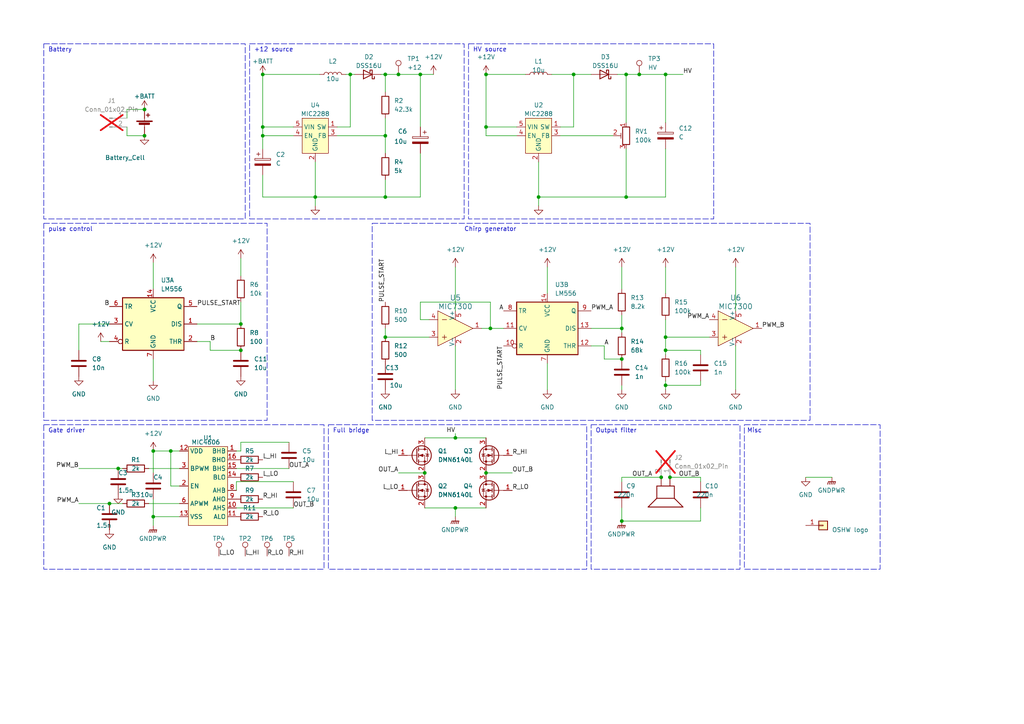
<source format=kicad_sch>
(kicad_sch (version 20231120) (generator "eeschema") (generator_version "8.0")
  (paper "A4")
  (lib_symbols
    (symbol "Connector:Conn_01x02_Pin" (pin_names (offset 1.016) hide)
      (property "Reference" "J" (at 0 2.54 0))
      (property "Value" "Conn_01x02_Pin" (at 0 -5.08 0))
      (symbol "Conn_01x02_Pin_1_1"
        (polyline (pts (xy 1.27 -2.54) (xy 0.8636 -2.54)) (stroke (width 0.1524)))
        (polyline (pts (xy 1.27 0) (xy 0.8636 0)) (stroke (width 0.1524)))
        (rectangle (start 0.8636 -2.413) (end 0 -2.667) (stroke (width 0.1524)) (fill (type outline)))
        (rectangle (start 0.8636 0.127) (end 0 -0.127) (stroke (width 0.1524)) (fill (type outline)))
        (pin passive line (at 5.08 0 180) (length 3.81) (name "Pin_1") (number "1"))
        (pin passive line (at 5.08 -2.54 180) (length 3.81) (name "Pin_2") (number "2"))
      )
    )
    (symbol "Connector:TestPoint" (pin_numbers hide) (pin_names (offset 0.762) hide)
      (property "Reference" "TP" (at 0 6.858 0))
      (property "Value" "TestPoint" (at 0 5.08 0))
      (symbol "TestPoint_0_1"
        (circle (center 0 3.302) (radius 0.762))
      )
      (symbol "TestPoint_1_1"
        (pin passive line (at 0 0 90) (length 2.54) (name "1") (number "1"))
      )
    )
    (symbol "Connector_Generic:Conn_01x01" (pin_names (offset 1.016) hide)
      (property "Reference" "J" (at 0 2.54 0))
      (property "Value" "Conn_01x01" (at 0 -2.54 0))
      (symbol "Conn_01x01_1_1"
        (rectangle (start -1.27 0.127) (end 0 -0.127) (stroke (width 0.1524)))
        (rectangle (start -1.27 1.27) (end 1.27 -1.27) (stroke (width 0.254)) (fill (type background)))
        (pin passive line (at -5.08 0 0) (length 3.81) (name "Pin_1") (number "1"))
      )
    )
    (symbol "Device:Battery_Cell" (pin_numbers hide) (pin_names (offset 0) hide)
      (property "Reference" "BT" (at 2.54 2.54 0))
      (property "Value" "Battery_Cell" (at 2.54 0 0))
      (symbol "Battery_Cell_0_1"
        (rectangle (start -2.286 1.778) (end 2.286 1.524) (fill (type outline)))
        (rectangle (start -1.5748 1.1938) (end 1.4732 0.6858) (fill (type outline)))
        (polyline (pts (xy 0 0.762) (xy 0 0)))
        (polyline (pts (xy 0 1.778) (xy 0 2.54)))
        (polyline (pts (xy 0.508 3.429) (xy 1.524 3.429)) (stroke (width 0.254)))
        (polyline (pts (xy 1.016 3.937) (xy 1.016 2.921)) (stroke (width 0.254)))
      )
      (symbol "Battery_Cell_1_1"
        (pin passive line (at 0 5.08 270) (length 2.54) (name "+") (number "1"))
        (pin passive line (at 0 -2.54 90) (length 2.54) (name "-") (number "2"))
      )
    )
    (symbol "Device:C" (pin_numbers hide) (pin_names (offset 0.254))
      (property "Reference" "C" (at 0.635 2.54 0))
      (property "Value" "C" (at 0.635 -2.54 0))
      (symbol "C_0_1"
        (polyline (pts (xy -2.032 -0.762) (xy 2.032 -0.762)) (stroke (width 0.508)))
        (polyline (pts (xy -2.032 0.762) (xy 2.032 0.762)) (stroke (width 0.508)))
      )
      (symbol "C_1_1"
        (pin passive line (at 0 3.81 270) (length 2.794) (name "~") (number "1"))
        (pin passive line (at 0 -3.81 90) (length 2.794) (name "~") (number "2"))
      )
    )
    (symbol "Device:C_Polarized" (pin_numbers hide) (pin_names (offset 0.254))
      (property "Reference" "C" (at 0.635 2.54 0))
      (property "Value" "C_Polarized" (at 0.635 -2.54 0))
      (symbol "C_Polarized_0_1"
        (rectangle (start -2.286 0.508) (end 2.286 1.016))
        (polyline (pts (xy -1.778 2.286) (xy -0.762 2.286)))
        (polyline (pts (xy -1.27 2.794) (xy -1.27 1.778)))
        (rectangle (start 2.286 -0.508) (end -2.286 -1.016) (fill (type outline)))
      )
      (symbol "C_Polarized_1_1"
        (pin passive line (at 0 3.81 270) (length 2.794) (name "~") (number "1"))
        (pin passive line (at 0 -3.81 90) (length 2.794) (name "~") (number "2"))
      )
    )
    (symbol "Device:L" (pin_numbers hide) (pin_names (offset 1.016) hide)
      (property "Reference" "L" (at -1.27 0 90))
      (property "Value" "L" (at 1.905 0 90))
      (symbol "L_0_1"
        (arc (start 0 -2.54) (mid 0.6323 -1.905) (end 0 -1.27))
        (arc (start 0 -1.27) (mid 0.6323 -0.635) (end 0 0))
        (arc (start 0 0) (mid 0.6323 0.635) (end 0 1.27))
        (arc (start 0 1.27) (mid 0.6323 1.905) (end 0 2.54))
      )
      (symbol "L_1_1"
        (pin passive line (at 0 3.81 270) (length 1.27) (name "1") (number "1"))
        (pin passive line (at 0 -3.81 90) (length 1.27) (name "2") (number "2"))
      )
    )
    (symbol "Device:R" (pin_numbers hide) (pin_names (offset 0))
      (property "Reference" "R" (at 2.032 0 90))
      (property "Value" "R" (at 0 0 90))
      (symbol "R_0_1"
        (rectangle (start -1.016 -2.54) (end 1.016 2.54) (stroke (width 0.254)))
      )
      (symbol "R_1_1"
        (pin passive line (at 0 3.81 270) (length 1.27) (name "~") (number "1"))
        (pin passive line (at 0 -3.81 90) (length 1.27) (name "~") (number "2"))
      )
    )
    (symbol "Device:R_Potentiometer_Trim" (pin_names (offset 1.016) hide)
      (property "Reference" "RV" (at -4.445 0 90))
      (property "Value" "R_Potentiometer_Trim" (at -2.54 0 90))
      (symbol "R_Potentiometer_Trim_0_1"
        (polyline (pts (xy 1.524 0.762) (xy 1.524 -0.762)))
        (polyline (pts (xy 2.54 0) (xy 1.524 0)))
        (rectangle (start 1.016 2.54) (end -1.016 -2.54) (stroke (width 0.254)))
      )
      (symbol "R_Potentiometer_Trim_1_1"
        (pin passive line (at 0 3.81 270) (length 1.27) (name "1") (number "1"))
        (pin passive line (at 3.81 0 180) (length 1.27) (name "2") (number "2"))
        (pin passive line (at 0 -3.81 90) (length 1.27) (name "3") (number "3"))
      )
    )
    (symbol "Device:Speaker" (pin_numbers hide) (pin_names (offset 0) hide)
      (property "Reference" "LS" (at 1.27 5.715 0))
      (property "Value" "Speaker" (at 1.27 3.81 0))
      (symbol "Speaker_0_0"
        (rectangle (start -2.54 1.27) (end 1.016 -3.81) (stroke (width 0.254)))
        (polyline (pts (xy 1.016 1.27) (xy 3.556 3.81) (xy 3.556 -6.35) (xy 1.016 -3.81)) (stroke (width 0.254)))
      )
      (symbol "Speaker_1_1"
        (pin input line (at -5.08 0 0) (length 2.54) (name "1") (number "1"))
        (pin input line (at -5.08 -2.54 0) (length 2.54) (name "2") (number "2"))
      )
    )
    (symbol "Digikey:AD8605ARTZ-REEL7" (pin_names (offset 0))
      (property "Reference" "U" (at -3.81 6.35 0))
      (property "Value" "AD8605ARTZ-REEL7" (at 2.54 -5.08 0))
      (symbol "AD8605ARTZ-REEL7_1_0"
        (polyline (pts (xy -3.81 -2.54) (xy -2.54 -2.54)))
        (polyline (pts (xy -3.81 2.54) (xy -2.54 2.54)))
        (polyline (pts (xy -3.175 -1.905) (xy -3.175 -3.175)))
        (polyline (pts (xy -5.08 5.08) (xy -5.08 -5.08) (xy 5.08 0) (xy -5.08 5.08)) (fill (type background)))
      )
      (symbol "AD8605ARTZ-REEL7_1_1"
        (pin output line (at 7.62 0 180) (length 2.54) (name "~") (number "1"))
        (pin power_in line (at 0 -5.08 90) (length 2.54) (name "V-") (number "2"))
        (pin input line (at -7.62 -2.54 0) (length 2.54) (name "~") (number "3"))
        (pin input line (at -7.62 2.54 0) (length 2.54) (name "~") (number "4"))
        (pin power_in line (at 0 5.08 270) (length 2.54) (name "V+") (number "5"))
      )
    )
    (symbol "Diode:B120-E3" (pin_numbers hide) (pin_names hide)
      (property "Reference" "D" (at 0 2.54 0))
      (property "Value" "B120-E3" (at 0 -2.54 0))
      (symbol "B120-E3_0_1"
        (polyline (pts (xy 1.27 0) (xy -1.27 0)))
        (polyline (pts (xy 1.27 1.27) (xy 1.27 -1.27) (xy -1.27 0) (xy 1.27 1.27)) (stroke (width 0.254)))
        (polyline (pts (xy -1.905 0.635) (xy -1.905 1.27) (xy -1.27 1.27) (xy -1.27 -1.27) (xy -0.635 -1.27) (xy -0.635 -0.635)) (stroke (width 0.254)))
      )
      (symbol "B120-E3_1_1"
        (pin passive line (at -3.81 0 0) (length 2.54) (name "K") (number "1"))
        (pin passive line (at 3.81 0 180) (length 2.54) (name "A") (number "2"))
      )
    )
    (symbol "Timer:LM556"
      (property "Reference" "U" (at -10.16 8.89 0))
      (property "Value" "LM556" (at -10.16 -8.89 0))
      (symbol "LM556_0_0"
        (pin power_in line (at 0 10.16 270) (length 2.54) (name "VCC") (number "14"))
        (pin power_in line (at 0 -10.16 90) (length 2.54) (name "GND") (number "7"))
      )
      (symbol "LM556_0_1"
        (rectangle (start -8.89 -7.62) (end 8.89 7.62) (stroke (width 0.254)) (fill (type background)))
        (rectangle (start -8.89 -7.62) (end 8.89 7.62) (stroke (width 0.254)) (fill (type background)))
      )
      (symbol "LM556_1_1"
        (pin input line (at 12.7 0 180) (length 3.81) (name "DIS") (number "1"))
        (pin input line (at 12.7 -5.08 180) (length 3.81) (name "THR") (number "2"))
        (pin input line (at -12.7 0 0) (length 3.81) (name "CV") (number "3"))
        (pin input inverted (at -12.7 -5.08 0) (length 3.81) (name "R") (number "4"))
        (pin output line (at 12.7 5.08 180) (length 3.81) (name "Q") (number "5"))
        (pin input line (at -12.7 5.08 0) (length 3.81) (name "TR") (number "6"))
      )
      (symbol "LM556_2_1"
        (pin input inverted (at -12.7 -5.08 0) (length 3.81) (name "R") (number "10"))
        (pin input line (at -12.7 0 0) (length 3.81) (name "CV") (number "11"))
        (pin input line (at 12.7 -5.08 180) (length 3.81) (name "THR") (number "12"))
        (pin input line (at 12.7 0 180) (length 3.81) (name "DIS") (number "13"))
        (pin input line (at -12.7 5.08 0) (length 3.81) (name "TR") (number "8"))
        (pin output line (at 12.7 5.08 180) (length 3.81) (name "Q") (number "9"))
      )
    )
    (symbol "Transistor_FET:DMN6140L" (pin_names hide)
      (property "Reference" "Q" (at 5.08 1.905 0))
      (property "Value" "DMN6140L" (at 5.08 0 0))
      (symbol "DMN6140L_0_1"
        (polyline (pts (xy 0.254 0) (xy -2.54 0)))
        (polyline (pts (xy 0.254 1.905) (xy 0.254 -1.905)) (stroke (width 0.254)))
        (polyline (pts (xy 0.762 -1.27) (xy 0.762 -2.286)) (stroke (width 0.254)))
        (polyline (pts (xy 0.762 0.508) (xy 0.762 -0.508)) (stroke (width 0.254)))
        (polyline (pts (xy 0.762 2.286) (xy 0.762 1.27)) (stroke (width 0.254)))
        (polyline (pts (xy 2.54 2.54) (xy 2.54 1.778)))
        (polyline (pts (xy 2.54 -2.54) (xy 2.54 0) (xy 0.762 0)))
        (polyline (pts (xy 0.762 -1.778) (xy 3.302 -1.778) (xy 3.302 1.778) (xy 0.762 1.778)))
        (polyline (pts (xy 1.016 0) (xy 2.032 0.381) (xy 2.032 -0.381) (xy 1.016 0)) (fill (type outline)))
        (polyline (pts (xy 2.794 0.508) (xy 2.921 0.381) (xy 3.683 0.381) (xy 3.81 0.254)))
        (polyline (pts (xy 3.302 0.381) (xy 2.921 -0.254) (xy 3.683 -0.254) (xy 3.302 0.381)))
        (circle (center 1.651 0) (radius 2.794) (stroke (width 0.254)))
        (circle (center 2.54 -1.778) (radius 0.254) (fill (type outline)))
        (circle (center 2.54 1.778) (radius 0.254) (fill (type outline)))
      )
      (symbol "DMN6140L_1_1"
        (pin input line (at -5.08 0 0) (length 2.54) (name "G") (number "1"))
        (pin passive line (at 2.54 -5.08 90) (length 2.54) (name "S") (number "2"))
        (pin passive line (at 2.54 5.08 270) (length 2.54) (name "D") (number "3"))
      )
    )
    (symbol "custom_symbols:MIC2288"
      (property "Reference" "U" (at 0 5.08 0))
      (symbol "MIC2288_1_1"
        (rectangle (start -3.81 3.81) (end 3.81 -6.35) (fill (type background)))
        (pin bidirectional line (at 6.35 1.27 180) (length 2.54) (name "SW") (number "1"))
        (pin bidirectional line (at 0 -8.89 90) (length 2.54) (name "GND") (number "2"))
        (pin bidirectional line (at 6.35 -1.27 180) (length 2.54) (name "FB") (number "3"))
        (pin input line (at -6.35 -1.27 0) (length 2.54) (name "EN") (number "4"))
        (pin power_in line (at -6.35 1.27 0) (length 2.54) (name "VIN") (number "5"))
      )
    )
    (symbol "custom_symbols:MIC4606"
      (property "Reference" "U3" (at -0.635 13.97 0))
      (property "Value" "MIC4606" (at -1.27 12.7 0))
      (symbol "MIC4606_1_1"
        (rectangle (start -6.35 11.43) (end 5.08 -11.43) (fill (type background)))
        (pin input line (at 7.62 10.16 180) (length 2.54) (name "BHB") (number "1"))
        (pin input line (at 7.62 -6.35 180) (length 2.54) (name "AHS") (number "10"))
        (pin output line (at 7.62 -8.89 180) (length 2.54) (name "ALO") (number "11"))
        (pin power_in line (at -8.89 10.16 0) (length 2.54) (name "VDD") (number "12"))
        (pin input line (at -8.89 -8.89 0) (length 2.54) (name "VSS") (number "13"))
        (pin output line (at 7.62 2.54 180) (length 2.54) (name "BLO") (number "14"))
        (pin input line (at 7.62 5.08 180) (length 2.54) (name "BHS") (number "15"))
        (pin output line (at 7.62 7.62 180) (length 2.54) (name "BHO") (number "16"))
        (pin no_connect line (at -8.89 -11.43 0) (length 2.54) hide (name "EPAD") (number "17"))
        (pin input line (at -8.89 0 0) (length 2.54) (name "EN") (number "2"))
        (pin input line (at -8.89 5.08 0) (length 2.54) (name "BPWM") (number "3"))
        (pin no_connect line (at -8.89 -2.54 0) (length 2.54) hide (name "NC") (number "4"))
        (pin no_connect line (at -8.89 7.62 0) (length 2.54) hide (name "NC") (number "5"))
        (pin input line (at -8.89 -5.08 0) (length 2.54) (name "APWM") (number "6"))
        (pin no_connect line (at -8.89 2.54 0) (length 2.54) hide (name "NC") (number "7"))
        (pin input line (at 7.62 -1.27 180) (length 2.54) (name "AHB") (number "8"))
        (pin output line (at 7.62 -3.81 180) (length 2.54) (name "AHO") (number "9"))
      )
    )
    (symbol "power:+12V" (power) (pin_names (offset 0))
      (property "Value" "+12V" (at 0 3.556 0))
      (symbol "+12V_0_1"
        (polyline (pts (xy -0.762 1.27) (xy 0 2.54)))
        (polyline (pts (xy 0 0) (xy 0 2.54)))
        (polyline (pts (xy 0 2.54) (xy 0.762 1.27)))
      )
      (symbol "+12V_1_1"
        (pin power_in line (at 0 0 90) (length 0) hide (name "+12V") (number "1"))
      )
    )
    (symbol "power:+BATT" (power) (pin_names (offset 0))
      (property "Value" "+BATT" (at 0 3.556 0))
      (symbol "+BATT_0_1"
        (polyline (pts (xy -0.762 1.27) (xy 0 2.54)))
        (polyline (pts (xy 0 0) (xy 0 2.54)))
        (polyline (pts (xy 0 2.54) (xy 0.762 1.27)))
      )
      (symbol "+BATT_1_1"
        (pin power_in line (at 0 0 90) (length 0) hide (name "+BATT") (number "1"))
      )
    )
    (symbol "power:GND" (power) (pin_names (offset 0))
      (property "Value" "GND" (at 0 -3.81 0))
      (symbol "GND_0_1"
        (polyline (pts (xy 0 0) (xy 0 -1.27) (xy 1.27 -1.27) (xy 0 -2.54) (xy -1.27 -1.27) (xy 0 -1.27)))
      )
      (symbol "GND_1_1"
        (pin power_in line (at 0 0 270) (length 0) hide (name "GND") (number "1"))
      )
    )
    (symbol "power:GNDPWR" (power) (pin_names (offset 0))
      (property "Value" "GNDPWR" (at 0 -3.302 0))
      (symbol "GNDPWR_0_1"
        (polyline (pts (xy 0 -1.27) (xy 0 0)))
        (polyline (pts (xy -1.016 -1.27) (xy -1.27 -2.032) (xy -1.27 -2.032)) (stroke (width 0.2032)))
        (polyline (pts (xy -0.508 -1.27) (xy -0.762 -2.032) (xy -0.762 -2.032)) (stroke (width 0.2032)))
        (polyline (pts (xy 0 -1.27) (xy -0.254 -2.032) (xy -0.254 -2.032)) (stroke (width 0.2032)))
        (polyline (pts (xy 0.508 -1.27) (xy 0.254 -2.032) (xy 0.254 -2.032)) (stroke (width 0.2032)))
        (polyline (pts (xy 1.016 -1.27) (xy -1.016 -1.27) (xy -1.016 -1.27)) (stroke (width 0.2032)))
        (polyline (pts (xy 1.016 -1.27) (xy 0.762 -2.032) (xy 0.762 -2.032) (xy 0.762 -2.032)) (stroke (width 0.2032)))
      )
      (symbol "GNDPWR_1_1"
        (pin power_in line (at 0 0 270) (length 0) hide (name "GNDPWR") (number "1"))
      )
    )
  )
  (junction (at 41.91 39.37))
  (junction (at 111.76 97.79))
  (junction (at 111.76 57.15))
  (junction (at 69.85 101.6))
  (junction (at 156.21 57.15))
  (junction (at 140.97 137.16))
  (junction (at 140.97 21.59))
  (junction (at 111.76 39.37))
  (junction (at 121.92 21.59))
  (junction (at 180.34 95.25))
  (junction (at 193.04 97.79))
  (junction (at 41.91 31.75))
  (junction (at 166.37 21.59))
  (junction (at 101.6 21.59))
  (junction (at 193.04 21.59))
  (junction (at 76.2 39.37))
  (junction (at 191.77 138.43))
  (junction (at 115.57 21.59))
  (junction (at 132.08 127))
  (junction (at 69.85 93.98))
  (junction (at 181.61 57.15))
  (junction (at 76.2 21.59))
  (junction (at 44.45 130.81))
  (junction (at 111.76 21.59))
  (junction (at 140.97 36.83))
  (junction (at 181.61 21.59))
  (junction (at 185.42 21.59))
  (junction (at 180.34 151.13))
  (junction (at 49.53 130.81))
  (junction (at 193.04 101.6))
  (junction (at 34.29 135.89))
  (junction (at 91.44 57.15))
  (junction (at 142.24 95.25))
  (junction (at 194.31 138.43))
  (junction (at 193.04 111.76))
  (junction (at 76.2 36.83))
  (junction (at 123.19 137.16))
  (junction (at 31.75 146.05))
  (junction (at 180.34 104.14))
  (junction (at 44.45 149.86))
  (junction (at 132.08 147.32))
  (wire (pts (xy 44.45 130.81) (xy 49.53 130.81)))
  (wire (pts (xy 180.34 95.25) (xy 180.34 96.52)))
  (wire (pts (xy 166.37 21.59) (xy 160.02 21.59)))
  (wire (pts (xy 121.92 92.71) (xy 121.92 87.63)))
  (wire (pts (xy 44.45 130.81) (xy 44.45 137.16)))
  (wire (pts (xy 36.83 36.83) (xy 36.83 39.37)))
  (wire (pts (xy 203.2 147.32) (xy 203.2 151.13)))
  (wire (pts (xy 101.6 21.59) (xy 100.33 21.59)))
  (wire (pts (xy 166.37 36.83) (xy 162.56 36.83)))
  (wire (pts (xy 36.83 31.75) (xy 41.91 31.75)))
  (wire (pts (xy 193.04 21.59) (xy 198.12 21.59)))
  (wire (pts (xy 76.2 43.18) (xy 76.2 39.37)))
  (wire (pts (xy 166.37 21.59) (xy 166.37 36.83)))
  (wire (pts (xy 175.26 104.14) (xy 175.26 100.33)))
  (wire (pts (xy 60.96 99.06) (xy 57.15 99.06)))
  (wire (pts (xy 91.44 57.15) (xy 91.44 59.69)))
  (wire (pts (xy 34.29 135.89) (xy 22.86 135.89)))
  (wire (pts (xy 69.85 93.98) (xy 69.85 87.63)))
  (wire (pts (xy 180.34 113.03) (xy 180.34 111.76)))
  (wire (pts (xy 101.6 36.83) (xy 97.79 36.83)))
  (wire (pts (xy 175.26 100.33) (xy 171.45 100.33)))
  (wire (pts (xy 44.45 104.14) (xy 44.45 110.49)))
  (wire (pts (xy 140.97 21.59) (xy 152.4 21.59)))
  (wire (pts (xy 31.75 146.05) (xy 22.86 146.05)))
  (wire (pts (xy 60.96 101.6) (xy 60.96 99.06)))
  (wire (pts (xy 76.2 39.37) (xy 76.2 36.83)))
  (wire (pts (xy 91.44 57.15) (xy 111.76 57.15)))
  (wire (pts (xy 193.04 97.79) (xy 205.74 97.79)))
  (wire (pts (xy 203.2 102.87) (xy 203.2 101.6)))
  (wire (pts (xy 52.07 140.97) (xy 49.53 140.97)))
  (wire (pts (xy 180.34 138.43) (xy 180.34 139.7)))
  (wire (pts (xy 156.21 57.15) (xy 181.61 57.15)))
  (wire (pts (xy 142.24 87.63) (xy 142.24 95.25)))
  (wire (pts (xy 180.34 151.13) (xy 203.2 151.13)))
  (wire (pts (xy 180.34 138.43) (xy 191.77 138.43)))
  (wire (pts (xy 68.58 147.32) (xy 85.09 147.32)))
  (wire (pts (xy 193.04 21.59) (xy 193.04 35.56)))
  (wire (pts (xy 76.2 21.59) (xy 92.71 21.59)))
  (wire (pts (xy 36.83 34.29) (xy 36.83 31.75)))
  (wire (pts (xy 43.18 135.89) (xy 52.07 135.89)))
  (wire (pts (xy 101.6 21.59) (xy 102.87 21.59)))
  (wire (pts (xy 115.57 137.16) (xy 123.19 137.16)))
  (wire (pts (xy 203.2 101.6) (xy 193.04 101.6)))
  (wire (pts (xy 171.45 95.25) (xy 180.34 95.25)))
  (wire (pts (xy 76.2 57.15) (xy 91.44 57.15)))
  (wire (pts (xy 121.92 21.59) (xy 121.92 36.83)))
  (wire (pts (xy 49.53 130.81) (xy 52.07 130.81)))
  (wire (pts (xy 140.97 39.37) (xy 140.97 36.83)))
  (wire (pts (xy 123.19 127) (xy 132.08 127)))
  (wire (pts (xy 36.83 39.37) (xy 41.91 39.37)))
  (wire (pts (xy 233.68 138.43) (xy 241.3 138.43)))
  (wire (pts (xy 158.75 105.41) (xy 158.75 113.03)))
  (wire (pts (xy 213.36 77.47) (xy 213.36 90.17)))
  (wire (pts (xy 180.34 147.32) (xy 180.34 151.13)))
  (wire (pts (xy 44.45 144.78) (xy 44.45 149.86)))
  (wire (pts (xy 180.34 77.47) (xy 180.34 83.82)))
  (wire (pts (xy 68.58 135.89) (xy 83.82 135.89)))
  (wire (pts (xy 111.76 39.37) (xy 111.76 44.45)))
  (wire (pts (xy 111.76 21.59) (xy 115.57 21.59)))
  (wire (pts (xy 180.34 95.25) (xy 180.34 91.44)))
  (wire (pts (xy 115.57 21.59) (xy 121.92 21.59)))
  (wire (pts (xy 49.53 140.97) (xy 49.53 130.81)))
  (wire (pts (xy 132.08 100.33) (xy 132.08 113.03)))
  (wire (pts (xy 35.56 146.05) (xy 31.75 146.05)))
  (wire (pts (xy 111.76 21.59) (xy 111.76 26.67)))
  (wire (pts (xy 181.61 57.15) (xy 193.04 57.15)))
  (wire (pts (xy 132.08 147.32) (xy 132.08 149.86)))
  (wire (pts (xy 111.76 57.15) (xy 121.92 57.15)))
  (wire (pts (xy 124.46 92.71) (xy 121.92 92.71)))
  (wire (pts (xy 193.04 111.76) (xy 193.04 113.03)))
  (wire (pts (xy 44.45 149.86) (xy 44.45 152.4)))
  (wire (pts (xy 181.61 21.59) (xy 185.42 21.59)))
  (wire (pts (xy 121.92 44.45) (xy 121.92 57.15)))
  (wire (pts (xy 111.76 97.79) (xy 111.76 95.25)))
  (wire (pts (xy 140.97 21.59) (xy 140.97 36.83)))
  (wire (pts (xy 162.56 39.37) (xy 177.8 39.37)))
  (wire (pts (xy 76.2 50.8) (xy 76.2 57.15)))
  (wire (pts (xy 179.07 21.59) (xy 181.61 21.59)))
  (wire (pts (xy 60.96 101.6) (xy 69.85 101.6)))
  (wire (pts (xy 139.7 95.25) (xy 142.24 95.25)))
  (wire (pts (xy 110.49 21.59) (xy 111.76 21.59)))
  (wire (pts (xy 132.08 127) (xy 140.97 127)))
  (wire (pts (xy 121.92 21.59) (xy 125.73 21.59)))
  (wire (pts (xy 97.79 39.37) (xy 111.76 39.37)))
  (wire (pts (xy 213.36 100.33) (xy 213.36 113.03)))
  (wire (pts (xy 43.18 146.05) (xy 52.07 146.05)))
  (wire (pts (xy 68.58 139.7) (xy 85.09 139.7)))
  (wire (pts (xy 203.2 111.76) (xy 193.04 111.76)))
  (wire (pts (xy 31.75 93.98) (xy 22.86 93.98)))
  (wire (pts (xy 44.45 149.86) (xy 52.07 149.86)))
  (wire (pts (xy 69.85 128.27) (xy 83.82 128.27)))
  (wire (pts (xy 193.04 77.47) (xy 193.04 85.09)))
  (wire (pts (xy 166.37 21.59) (xy 171.45 21.59)))
  (wire (pts (xy 193.04 102.87) (xy 193.04 101.6)))
  (wire (pts (xy 44.45 76.2) (xy 44.45 83.82)))
  (wire (pts (xy 69.85 128.27) (xy 69.85 130.81)))
  (wire (pts (xy 203.2 138.43) (xy 203.2 139.7)))
  (wire (pts (xy 193.04 101.6) (xy 193.04 97.79)))
  (wire (pts (xy 111.76 52.07) (xy 111.76 57.15)))
  (wire (pts (xy 69.85 130.81) (xy 68.58 130.81)))
  (wire (pts (xy 203.2 110.49) (xy 203.2 111.76)))
  (wire (pts (xy 101.6 21.59) (xy 101.6 36.83)))
  (wire (pts (xy 140.97 137.16) (xy 148.59 137.16)))
  (wire (pts (xy 194.31 138.43) (xy 203.2 138.43)))
  (wire (pts (xy 132.08 147.32) (xy 140.97 147.32)))
  (wire (pts (xy 69.85 74.93) (xy 69.85 80.01)))
  (wire (pts (xy 76.2 36.83) (xy 85.09 36.83)))
  (wire (pts (xy 123.19 147.32) (xy 132.08 147.32)))
  (wire (pts (xy 68.58 142.24) (xy 68.58 139.7)))
  (wire (pts (xy 180.34 104.14) (xy 175.26 104.14)))
  (wire (pts (xy 142.24 95.25) (xy 146.05 95.25)))
  (wire (pts (xy 185.42 21.59) (xy 193.04 21.59)))
  (wire (pts (xy 156.21 46.99) (xy 156.21 57.15)))
  (wire (pts (xy 57.15 93.98) (xy 69.85 93.98)))
  (wire (pts (xy 158.75 77.47) (xy 158.75 85.09)))
  (wire (pts (xy 76.2 21.59) (xy 76.2 36.83)))
  (wire (pts (xy 111.76 34.29) (xy 111.76 39.37)))
  (wire (pts (xy 132.08 125.73) (xy 132.08 127)))
  (wire (pts (xy 35.56 135.89) (xy 34.29 135.89)))
  (wire (pts (xy 111.76 97.79) (xy 124.46 97.79)))
  (wire (pts (xy 22.86 93.98) (xy 22.86 101.6)))
  (wire (pts (xy 193.04 43.18) (xy 193.04 57.15)))
  (wire (pts (xy 132.08 77.47) (xy 132.08 90.17)))
  (wire (pts (xy 76.2 39.37) (xy 85.09 39.37)))
  (wire (pts (xy 181.61 43.18) (xy 181.61 57.15)))
  (wire (pts (xy 91.44 46.99) (xy 91.44 57.15)))
  (wire (pts (xy 140.97 36.83) (xy 149.86 36.83)))
  (wire (pts (xy 29.21 99.06) (xy 31.75 99.06)))
  (wire (pts (xy 156.21 57.15) (xy 156.21 59.69)))
  (wire (pts (xy 193.04 92.71) (xy 193.04 97.79)))
  (wire (pts (xy 121.92 87.63) (xy 142.24 87.63)))
  (wire (pts (xy 181.61 21.59) (xy 181.61 35.56)))
  (wire (pts (xy 140.97 39.37) (xy 149.86 39.37)))
  (wire (pts (xy 193.04 110.49) (xy 193.04 111.76)))
  (rectangle (start 107.95 64.77) (end 234.95 121.92) (stroke (width 0) (type dash)))
  (rectangle (start 215.9 123.19) (end 255.27 165.1) (stroke (width 0) (type dash)))
  (rectangle (start 12.7 12.7) (end 71.12 63.5) (stroke (width 0) (type dash)))
  (rectangle (start 12.7 64.77) (end 77.47 121.92) (stroke (width 0) (type dash)))
  (rectangle (start 95.25 123.19) (end 170.18 165.1) (stroke (width 0) (type dash)))
  (rectangle (start 12.7 123.19) (end 93.98 165.1) (stroke (width 0) (type dash)))
  (rectangle (start 72.39 12.7) (end 134.62 63.5) (stroke (width 0) (type dash)))
  (rectangle (start 171.45 123.19) (end 214.63 165.1) (stroke (width 0) (type dash)))
  (rectangle (start 135.89 12.7) (end 207.01 63.5) (stroke (width 0) (type dash)))
  (text "Misc" (at 216.662 125.73 0) (effects (font (size 1.27 1.27)) (justify left bottom)))
  (text "HV source" (at 137.16 15.24 0) (effects (font (size 1.27 1.27)) (justify left bottom)))
  (text "Battery" (at 13.97 15.24 0) (effects (font (size 1.27 1.27)) (justify left bottom)))
  (text "pulse control" (at 13.97 67.31 0) (effects (font (size 1.27 1.27)) (justify left bottom)))
  (text "Output filter" (at 172.72 125.73 0) (effects (font (size 1.27 1.27)) (justify left bottom)))
  (text "+12 source" (at 73.66 15.24 0) (effects (font (size 1.27 1.27)) (justify left bottom)))
  (text "Gate driver" (at 13.97 125.73 0) (effects (font (size 1.27 1.27)) (justify left bottom)))
  (text "Chirp generator" (at 134.62 67.31 0) (effects (font (size 1.27 1.27)) (justify left bottom)))
  (text "Full bridge" (at 96.52 125.73 0) (effects (font (size 1.27 1.27)) (justify left bottom)))
  (label "R_LO" (at 76.2 149.86 0))
  (label "PULSE_START" (at 111.76 87.63 90))
  (label "OUT_A" (at 189.23 138.43 180))
  (label "OUT_B" (at 85.09 147.32 0))
  (label "OUT_B" (at 196.85 138.43 0))
  (label "L_HI" (at 71.12 161.29 0))
  (label "L_HI" (at 115.57 132.08 180))
  (label "B" (at 60.96 99.06 0))
  (label "A" (at 175.26 100.33 0))
  (label "L_LO" (at 76.2 138.43 0))
  (label "OUT_A" (at 83.82 135.89 0))
  (label "PULSE_START" (at 146.05 100.33 270))
  (label "HV" (at 198.12 21.59 0))
  (label "R_HI" (at 76.2 144.78 0))
  (label "PWM_A" (at 22.86 146.05 180))
  (label "L_LO" (at 63.5 161.29 0))
  (label "R_LO" (at 148.59 142.24 0))
  (label "R_HI" (at 83.82 161.29 0))
  (label "R_LO" (at 77.47 161.29 0))
  (label "A" (at 146.05 90.17 180))
  (label "PWM_A" (at 171.45 90.17 0))
  (label "OUT_A" (at 115.57 137.16 180))
  (label "OUT_B" (at 148.59 137.16 0))
  (label "R_HI" (at 148.59 132.08 0))
  (label "B" (at 31.75 88.9 180))
  (label "PWM_B" (at 22.86 135.89 180))
  (label "PWM_A" (at 205.74 92.71 180))
  (label "HV" (at 132.08 125.73 180))
  (label "L_LO" (at 115.57 142.24 180))
  (label "PWM_B" (at 220.98 95.25 0))
  (label "PULSE_START" (at 57.15 88.9 0))
  (label "L_HI" (at 76.2 133.35 0))
  (symbol (lib_id "Device:R") (at 69.85 97.79 0) (unit 1)
    (property "Reference" "R8" (at 72.39 96.52 0) (effects (justify left)))
    (property "Value" "100" (at 72.39 99.06 0) (effects (justify left)))
    (property "Footprint" "Resistor_SMD:R_0805_2012Metric" (effects (hide yes)))
  )
  (symbol (lib_id "Device:Speaker") (at 194.31 143.51 270) (unit 1) (exclude_from_sim yes) (in_bom no) (on_board no)
    (property "Reference" "OUT1" (effects (hide yes)))
    (property "Value" "Speaker" (effects (hide yes)))
    (property "Footprint" "Connector_PinSocket_2.54mm:PinSocket_1x02_P2.54mm_Vertical" (effects (hide yes)))
  )
  (symbol (lib_id "power:GND") (at 156.21 59.69 0) (unit 1)
    (property "Reference" "#PWR023" (effects (hide yes)))
    (property "Value" "GND" (effects (hide yes)))
  )
  (symbol (lib_id "Diode:B120-E3") (at 106.68 21.59 180) (unit 1)
    (property "Reference" "D2" (at 106.9975 16.51 0))
    (property "Value" "DSS16U" (at 106.9975 19.05 0))
    (property "Footprint" "Diode_SMD:D_SOD-123" (effects (hide yes)))
    (property "Datasheet" "http://www.vishay.com/docs/88946/b120.pdf" (effects (hide yes)))
  )
  (symbol (lib_id "Device:C") (at 31.75 149.86 0) (unit 1)
    (property "Reference" "C1" (at 27.94 147.32 0) (effects (justify left)))
    (property "Value" "1.5n" (at 27.94 152.4 0) (effects (justify left)))
    (property "Footprint" "Capacitor_SMD:C_0805_2012Metric" (effects (hide yes)))
  )
  (symbol (lib_id "power:GNDPWR") (at 180.34 151.13 0) (unit 1)
    (property "Reference" "#PWR012" (effects (hide yes)))
    (property "Value" "GNDPWR" (at 180.213 154.94 0))
  )
  (symbol (lib_id "Device:R") (at 72.39 144.78 270) (unit 1)
    (property "Reference" "R9" (at 72.39 142.24 90))
    (property "Value" "2k" (at 72.39 144.78 90))
    (property "Footprint" "Resistor_SMD:R_0805_2012Metric" (effects (hide yes)))
  )
  (symbol (lib_id "power:+12V") (at 193.04 77.47 0) (unit 1)
    (property "Reference" "#PWR020" (effects (hide yes)))
    (property "Value" "+12V" (at 193.04 72.39 0))
  )
  (symbol (lib_id "Device:L") (at 156.21 21.59 90) (unit 1)
    (property "Reference" "L1" (at 156.21 17.78 90))
    (property "Value" "10u" (at 156.21 20.32 90))
    (property "Footprint" "Capacitor_SMD:C_0805_2012Metric" (effects (hide yes)))
    (property "Datasheet" "https://product.tdk.com/en/system/files?file=dam/doc/product/inductor/inductor/smd/catalog/inductor_commercial_decoupling_mlz2012_en.pdf" (effects (hide yes)))
  )
  (symbol (lib_id "Device:R") (at 39.37 146.05 270) (unit 1)
    (property "Reference" "R3" (at 39.37 143.51 90))
    (property "Value" "2k" (at 39.37 146.05 90))
    (property "Footprint" "Resistor_SMD:R_0805_2012Metric" (effects (hide yes)))
  )
  (symbol (lib_id "Connector:TestPoint") (at 115.57 21.59 0) (unit 1) (exclude_from_sim yes) (in_bom no)
    (property "Reference" "TP1" (at 118.11 17.018 0) (effects (justify left)))
    (property "Value" "+12" (at 118.11 19.558 0) (effects (justify left)))
    (property "Footprint" "TestPoint:TestPoint_Pad_D1.0mm" (effects (hide yes)))
  )
  (symbol (lib_id "Device:C_Polarized") (at 193.04 39.37 0) (unit 1)
    (property "Reference" "C12" (at 196.85 37.211 0) (effects (justify left)))
    (property "Value" "C" (at 196.85 39.751 0) (effects (justify left)))
    (property "Footprint" "Capacitor_SMD:CP_Elec_4x3.9" (effects (hide yes)))
  )
  (symbol (lib_id "Device:R") (at 72.39 138.43 270) (unit 1)
    (property "Reference" "R7" (at 72.39 135.89 90))
    (property "Value" "2k" (at 72.39 138.43 90))
    (property "Footprint" "Resistor_SMD:R_0805_2012Metric" (effects (hide yes)))
  )
  (symbol (lib_id "custom_symbols:MIC2288") (at 156.21 38.1 0) (unit 1)
    (property "Reference" "U2" (at 156.21 30.48 0))
    (property "Value" "MIC2288" (at 156.21 33.02 0))
    (property "Footprint" "Package_SO:TSOP-5_1.65x3.05mm_P0.95mm" (effects (hide yes)))
    (property "Datasheet" "https://ww1.microchip.com/downloads/en/DeviceDoc/MIC2288-Data-Sheet-DS20006034C.pdf" (effects (hide yes)))
  )
  (symbol (lib_id "power:GND") (at 41.91 39.37 0) (unit 1)
    (property "Reference" "#PWR017" (effects (hide yes)))
    (property "Value" "GND" (effects (hide yes)))
  )
  (symbol (lib_id "Device:C") (at 22.86 105.41 0) (unit 1)
    (property "Reference" "C8" (at 26.67 104.14 0) (effects (justify left)))
    (property "Value" "10n" (at 26.67 106.68 0) (effects (justify left)))
    (property "Footprint" "Capacitor_SMD:C_0805_2012Metric" (effects (hide yes)))
  )
  (symbol (lib_id "power:+12V") (at 29.21 99.06 0) (unit 1)
    (property "Reference" "#PWR016" (effects (hide yes)))
    (property "Value" "+12V" (at 29.21 93.98 0))
  )
  (symbol (lib_id "Transistor_FET:DMN6140L") (at 143.51 132.08 0) (mirror y) (unit 1)
    (property "Reference" "Q3" (at 137.16 130.81 0) (effects (justify left)))
    (property "Value" "DMN6140L" (at 137.16 133.35 0) (effects (justify left)))
    (property "Footprint" "Package_TO_SOT_SMD:SOT-23" (effects (hide yes)))
    (property "Datasheet" "http://www.diodes.com/assets/Datasheets/DMN6140L.pdf" (effects (hide yes)))
  )
  (symbol (lib_id "custom_symbols:MIC4606") (at 60.96 140.97 0) (unit 1) (exclude_from_sim yes)
    (property "Reference" "U1" (at 60.325 127 0))
    (property "Value" "MIC4606" (at 59.69 128.27 0))
    (property "Footprint" "Package_SO:TSSOP-16-1EP_4.4x5mm_P0.65mm" (effects (hide yes)))
  )
  (symbol (lib_id "power:+12V") (at 180.34 77.47 0) (unit 1)
    (property "Reference" "#PWR027" (effects (hide yes)))
    (property "Value" "+12V" (at 180.34 72.39 0))
  )
  (symbol (lib_id "Device:C") (at 203.2 106.68 0) (unit 1)
    (property "Reference" "C15" (at 207.01 105.41 0) (effects (justify left)))
    (property "Value" "1n" (at 207.01 107.95 0) (effects (justify left)))
    (property "Footprint" "Capacitor_SMD:C_0805_2012Metric" (effects (hide yes)))
  )
  (symbol (lib_id "Device:C") (at 180.34 143.51 0) (unit 1)
    (property "Reference" "C9" (at 181.61 140.97 0) (effects (justify left)))
    (property "Value" "220n" (at 179.07 143.51 0) (effects (justify left)))
    (property "Footprint" "Capacitor_SMD:C_0805_2012Metric" (effects (hide yes)))
  )
  (symbol (lib_id "Device:R") (at 72.39 133.35 270) (unit 1)
    (property "Reference" "R5" (at 72.39 130.81 90))
    (property "Value" "2k" (at 72.39 133.35 90))
    (property "Footprint" "Resistor_SMD:R_0805_2012Metric" (effects (hide yes)))
  )
  (symbol (lib_id "Device:L") (at 96.52 21.59 90) (unit 1)
    (property "Reference" "L2" (at 96.52 17.78 90))
    (property "Value" "10u" (at 96.52 22.86 90))
    (property "Footprint" "Capacitor_SMD:C_0805_2012Metric" (effects (hide yes)))
    (property "Datasheet" "https://product.tdk.com/en/system/files?file=dam/doc/product/inductor/inductor/smd/catalog/inductor_commercial_decoupling_mlz2012_en.pdf" (effects (hide yes)))
  )
  (symbol (lib_id "Connector:TestPoint") (at 63.5 161.29 0) (unit 1) (exclude_from_sim yes) (in_bom no)
    (property "Reference" "TP4" (at 63.5 156.21 0))
    (property "Value" "LLO" (effects (hide yes)))
    (property "Footprint" "TestPoint:TestPoint_Pad_D1.0mm" (effects (hide yes)))
  )
  (symbol (lib_id "power:+12V") (at 44.45 130.81 0) (unit 1)
    (property "Reference" "#PWR04" (effects (hide yes)))
    (property "Value" "+12V" (at 44.45 125.73 0))
  )
  (symbol (lib_id "Transistor_FET:DMN6140L") (at 143.51 142.24 0) (mirror y) (unit 1)
    (property "Reference" "Q4" (at 137.16 140.97 0) (effects (justify left)))
    (property "Value" "DMN6140L" (at 137.16 143.51 0) (effects (justify left)))
    (property "Footprint" "Package_TO_SOT_SMD:SOT-23" (effects (hide yes)))
    (property "Datasheet" "http://www.diodes.com/assets/Datasheets/DMN6140L.pdf" (effects (hide yes)))
  )
  (symbol (lib_id "Device:R") (at 111.76 48.26 0) (unit 1)
    (property "Reference" "R4" (at 114.3 46.99 0) (effects (justify left)))
    (property "Value" "5k" (at 114.3 49.53 0) (effects (justify left)))
    (property "Footprint" "Resistor_SMD:R_0805_2012Metric" (effects (hide yes)))
  )
  (symbol (lib_id "Device:R") (at 111.76 91.44 0) (unit 1)
    (property "Reference" "R10" (at 114.3 90.17 0) (effects (justify left)))
    (property "Value" "500" (at 114.3 92.71 0) (effects (justify left)))
    (property "Footprint" "Resistor_SMD:R_0805_2012Metric" (effects (hide yes)))
  )
  (symbol (lib_id "power:GND") (at 213.36 113.03 0) (unit 1)
    (property "Reference" "#PWR031" (effects (hide yes)))
    (property "Value" "GND" (at 213.36 118.11 0))
  )
  (symbol (lib_id "Device:C") (at 44.45 140.97 0) (unit 1)
    (property "Reference" "C4" (at 44.45 138.43 0) (effects (justify left)))
    (property "Value" "10u" (at 44.45 143.51 0) (effects (justify right)))
    (property "Footprint" "Capacitor_SMD:C_0805_2012Metric" (effects (hide yes)))
  )
  (symbol (lib_id "Transistor_FET:DMN6140L") (at 120.65 142.24 0) (unit 1)
    (property "Reference" "Q2" (at 127 140.97 0) (effects (justify left)))
    (property "Value" "DMN6140L" (at 127 143.51 0) (effects (justify left)))
    (property "Footprint" "Package_TO_SOT_SMD:SOT-23" (effects (hide yes)))
    (property "Datasheet" "http://www.diodes.com/assets/Datasheets/DMN6140L.pdf" (effects (hide yes)))
  )
  (symbol (lib_id "power:GND") (at 31.75 153.67 0) (unit 1)
    (property "Reference" "#PWR02" (effects (hide yes)))
    (property "Value" "GND" (at 31.75 158.75 0))
  )
  (symbol (lib_id "power:+12V") (at 125.73 21.59 0) (unit 1)
    (property "Reference" "#PWR025" (effects (hide yes)))
    (property "Value" "+12V" (at 125.73 16.51 0))
  )
  (symbol (lib_id "Device:C") (at 85.09 143.51 0) (unit 1)
    (property "Reference" "C7" (at 88.9 142.24 0) (effects (justify left)))
    (property "Value" "10u" (at 88.9 144.78 0) (effects (justify left)))
    (property "Footprint" "Capacitor_SMD:C_0805_2012Metric" (effects (hide yes)))
  )
  (symbol (lib_id "power:+12V") (at 44.45 76.2 0) (unit 1)
    (property "Reference" "#PWR011" (effects (hide yes)))
    (property "Value" "+12V" (at 44.45 71.12 0))
  )
  (symbol (lib_id "power:GND") (at 69.85 109.22 0) (unit 1)
    (property "Reference" "#PWR018" (effects (hide yes)))
    (property "Value" "GND" (at 69.85 114.3 0))
  )
  (symbol (lib_id "power:GND") (at 111.76 113.03 0) (unit 1)
    (property "Reference" "#PWR028" (effects (hide yes)))
    (property "Value" "GND" (at 111.76 118.11 0))
  )
  (symbol (lib_id "Connector:Conn_01x02_Pin") (at 31.75 34.29 0) (unit 1) (dnp yes)
    (property "Reference" "J1" (at 32.385 29.21 0))
    (property "Value" "Conn_01x02_Pin" (at 32.385 31.75 0))
    (property "Footprint" "Connector_PinSocket_1.27mm:PinSocket_1x02_P1.27mm_Vertical" (effects (hide yes)))
  )
  (symbol (lib_id "Device:R_Potentiometer_Trim") (at 181.61 39.37 0) (mirror y) (unit 1)
    (property "Reference" "RV1" (at 184.15 38.1 0) (effects (justify right)))
    (property "Value" "100k" (at 184.15 40.64 0) (effects (justify right)))
    (property "Footprint" "Potentiometer_SMD:Potentiometer_Bourns_3314J_Vertical" (effects (hide yes)))
  )
  (symbol (lib_id "power:GND") (at 44.45 110.49 0) (unit 1)
    (property "Reference" "#PWR014" (effects (hide yes)))
    (property "Value" "GND" (at 44.45 115.57 0))
  )
  (symbol (lib_id "power:GNDPWR") (at 241.3 138.43 0) (unit 1)
    (property "Reference" "#PWR07" (effects (hide yes)))
    (property "Value" "GNDPWR" (at 241.173 142.24 0))
  )
  (symbol (lib_id "power:+12V") (at 158.75 77.47 0) (unit 1)
    (property "Reference" "#PWR021" (effects (hide yes)))
    (property "Value" "+12V" (at 158.75 72.39 0))
  )
  (symbol (lib_id "Connector:TestPoint") (at 77.47 161.29 0) (unit 1) (exclude_from_sim yes) (in_bom no)
    (property "Reference" "TP6" (at 77.47 156.21 0))
    (property "Value" "RLO" (effects (hide yes)))
    (property "Footprint" "TestPoint:TestPoint_Pad_D1.0mm" (effects (hide yes)))
  )
  (symbol (lib_id "Device:R") (at 180.34 100.33 0) (unit 1)
    (property "Reference" "R14" (at 182.88 99.06 0) (effects (justify left)))
    (property "Value" "68k" (at 182.88 101.6 0) (effects (justify left)))
    (property "Footprint" "Resistor_SMD:R_0805_2012Metric" (effects (hide yes)))
  )
  (symbol (lib_id "Device:C") (at 83.82 132.08 0) (unit 1)
    (property "Reference" "C5" (at 87.63 130.81 0) (effects (justify left)))
    (property "Value" "10u" (at 87.63 133.35 0) (effects (justify left)))
    (property "Footprint" "Capacitor_SMD:C_0805_2012Metric" (effects (hide yes)))
  )
  (symbol (lib_id "Device:C") (at 180.34 107.95 0) (unit 1)
    (property "Reference" "C14" (at 184.15 106.68 0) (effects (justify left)))
    (property "Value" "1n" (at 184.15 109.22 0) (effects (justify left)))
    (property "Footprint" "Capacitor_SMD:C_0805_2012Metric" (effects (hide yes)))
  )
  (symbol (lib_id "Device:Battery_Cell") (at 41.91 36.83 0) (unit 1) (exclude_from_sim yes) (in_bom no) (on_board no)
    (property "Reference" "BT1" (effects (hide yes)))
    (property "Value" "Battery_Cell" (at 30.48 45.72 0) (effects (justify left)))
    (property "Footprint" "Connector_PinHeader_2.54mm:PinHeader_1x02_P2.54mm_Vertical" (effects (hide yes)))
  )
  (symbol (lib_id "Device:R") (at 111.76 30.48 0) (unit 1)
    (property "Reference" "R2" (at 114.3 29.21 0) (effects (justify left)))
    (property "Value" "42.3k" (at 114.3 31.75 0) (effects (justify left)))
    (property "Footprint" "Resistor_SMD:R_0805_2012Metric" (effects (hide yes)))
  )
  (symbol (lib_id "Device:R") (at 39.37 135.89 270) (unit 1)
    (property "Reference" "R1" (at 39.37 133.35 90))
    (property "Value" "2k" (at 39.37 135.89 90))
    (property "Footprint" "Resistor_SMD:R_0805_2012Metric" (effects (hide yes)))
  )
  (symbol (lib_id "power:GND") (at 22.86 109.22 0) (unit 1)
    (property "Reference" "#PWR09" (effects (hide yes)))
    (property "Value" "GND" (at 22.86 114.3 0))
  )
  (symbol (lib_id "power:GNDPWR") (at 44.45 152.4 0) (unit 1)
    (property "Reference" "#PWR05" (effects (hide yes)))
    (property "Value" "GNDPWR" (at 44.323 156.21 0))
  )
  (symbol (lib_id "Device:C") (at 111.76 109.22 0) (unit 1)
    (property "Reference" "C13" (at 111.76 106.68 0) (effects (justify left)))
    (property "Value" "10u" (at 113.03 111.76 0) (effects (justify left)))
    (property "Footprint" "Capacitor_SMD:C_0805_2012Metric" (effects (hide yes)))
  )
  (symbol (lib_id "Device:R") (at 69.85 83.82 0) (unit 1)
    (property "Reference" "R6" (at 72.39 82.55 0) (effects (justify left)))
    (property "Value" "10k" (at 72.39 85.09 0) (effects (justify left)))
    (property "Footprint" "Resistor_SMD:R_0805_2012Metric" (effects (hide yes)))
  )
  (symbol (lib_id "power:GND") (at 158.75 113.03 0) (unit 1)
    (property "Reference" "#PWR030" (effects (hide yes)))
    (property "Value" "GND" (at 158.75 118.11 0))
  )
  (symbol (lib_id "power:+12V") (at 69.85 74.93 0) (unit 1)
    (property "Reference" "#PWR010" (effects (hide yes)))
    (property "Value" "+12V" (at 69.85 69.85 0))
  )
  (symbol (lib_id "Device:R") (at 180.34 87.63 0) (unit 1)
    (property "Reference" "R13" (at 182.88 86.36 0) (effects (justify left)))
    (property "Value" "8.2k" (at 182.88 88.9 0) (effects (justify left)))
    (property "Footprint" "Resistor_SMD:R_0805_2012Metric" (effects (hide yes)))
  )
  (symbol (lib_id "Diode:B120-E3") (at 175.26 21.59 180) (unit 1)
    (property "Reference" "D3" (at 175.5775 16.51 0))
    (property "Value" "DSS16U" (at 175.5775 19.05 0))
    (property "Footprint" "Diode_SMD:D_SOD-123" (effects (hide yes)))
    (property "Datasheet" "http://www.vishay.com/docs/88946/b120.pdf" (effects (hide yes)))
  )
  (symbol (lib_id "Connector_Generic:Conn_01x01") (at 238.76 152.4 0) (unit 1)
    (property "Reference" "J4" (effects (hide yes)))
    (property "Value" "OSHW logo" (at 241.3 153.67 0) (effects (justify left)))
    (property "Footprint" "Symbol:OSHW-Logo_5.7x6mm_SilkScreen" (effects (hide yes)))
  )
  (symbol (lib_id "power:GND") (at 193.04 113.03 0) (unit 1)
    (property "Reference" "#PWR026" (effects (hide yes)))
    (property "Value" "GND" (at 193.04 118.11 0))
  )
  (symbol (lib_id "power:GND") (at 34.29 143.51 0) (unit 1)
    (property "Reference" "#PWR03" (effects (hide yes)))
    (property "Value" "GND" (at 34.29 148.59 0))
  )
  (symbol (lib_id "Timer:LM556") (at 158.75 95.25 0) (unit 2)
    (property "Reference" "U3" (at 160.9441 82.55 0) (effects (justify left)))
    (property "Value" "LM556" (at 160.9441 85.09 0) (effects (justify left)))
    (property "Footprint" "Package_SO:SO-14_3.9x8.65mm_P1.27mm" (effects (hide yes)))
    (property "Datasheet" "http://www.ti.com/lit/ds/symlink/lm556.pdf" (effects (hide yes)))
  )
  (symbol (lib_id "Device:C_Polarized") (at 121.92 40.64 0) (mirror y) (unit 1)
    (property "Reference" "C6" (at 118.11 38.1 0) (effects (justify left)))
    (property "Value" "10u" (at 118.11 41.021 0) (effects (justify left)))
    (property "Footprint" "Capacitor_SMD:CP_Elec_4x3.9" (effects (hide yes)))
  )
  (symbol (lib_id "power:GND") (at 180.34 113.03 0) (unit 1)
    (property "Reference" "#PWR032" (effects (hide yes)))
    (property "Value" "GND" (at 180.34 118.11 0))
  )
  (symbol (lib_id "Device:C_Polarized") (at 76.2 46.99 0) (unit 1)
    (property "Reference" "C2" (at 80.01 44.831 0) (effects (justify left)))
    (property "Value" "C" (at 80.01 47.371 0) (effects (justify left)))
    (property "Footprint" "Capacitor_SMD:C_0805_2012Metric" (effects (hide yes)))
  )
  (symbol (lib_id "power:+BATT") (at 41.91 31.75 0) (unit 1)
    (property "Reference" "#PWR015" (effects (hide yes)))
    (property "Value" "+BATT" (at 41.91 27.94 0))
  )
  (symbol (lib_id "power:+BATT") (at 76.2 21.59 0) (unit 1)
    (property "Reference" "#PWR022" (effects (hide yes)))
    (property "Value" "+BATT" (at 76.2 17.78 0))
  )
  (symbol (lib_id "Device:R") (at 193.04 106.68 0) (unit 1)
    (property "Reference" "R16" (at 195.58 105.4099 0) (effects (justify left)))
    (property "Value" "100k" (at 195.58 107.9499 0) (effects (justify left)))
    (property "Footprint" "Resistor_SMD:R_0805_2012Metric" (effects (hide yes)))
  )
  (symbol (lib_id "Digikey:AD8605ARTZ-REEL7") (at 132.08 95.25 0) (unit 1)
    (property "Reference" "U5" (at 132.08 86.36 0) (effects (font (size 1.524 1.524))))
    (property "Value" "MIC7300" (at 132.08 88.9 0) (effects (font (size 1.524 1.524))))
    (property "Footprint" "digikey-footprints:SOT-753" (effects (hide yes)))
    (property "Datasheet" "https://ww1.microchip.com/downloads/en/DeviceDoc/MIC7300-High-Output-Drive-Rail-to-Rail-Op-Amp-DS20006305A.pdf" (effects (hide yes)))
    (property "Description" "IC OPAMP GP 1 CIRCUIT SOT23-5" (effects (hide yes)))
    (property "Digi-Key_PN" "576-1319-2-ND" (effects (hide yes)))
    (property "MPN" "MIC7300YM5-TR" (effects (hide yes)))
    (property "Category" "Integrated Circuits (ICs)" (effects (hide yes)))
    (property "Family" "Linear - Amplifiers - Instrumentation, OP Amps, Buffer Amps" (effects (hide yes)))
    (property "DK_Datasheet_Link" "https://ww1.microchip.com/downloads/en/DeviceDoc/MIC7300-High-Output-Drive-Rail-to-Rail-Op-Amp-DS20006305A.pdf" (effects (hide yes)))
    (property "DK_Detail_Page" "https://www.digikey.no/en/products/detail/microchip-technology/MIC7300YM5-TR/771788" (effects (hide yes)))
    (property "Manufacturer" "Microchip Technology" (effects (hide yes)))
    (property "Status" "Active" (effects (hide yes)))
  )
  (symbol (lib_id "power:GND") (at 132.08 113.03 0) (unit 1)
    (property "Reference" "#PWR08" (effects (hide yes)))
    (property "Value" "GND" (at 132.08 118.11 0))
  )
  (symbol (lib_id "power:GNDPWR") (at 132.08 149.86 0) (unit 1)
    (property "Reference" "#PWR013" (effects (hide yes)))
    (property "Value" "GNDPWR" (at 131.953 153.67 0))
  )
  (symbol (lib_id "Device:R") (at 72.39 149.86 270) (unit 1)
    (property "Reference" "R11" (at 72.39 147.32 90))
    (property "Value" "2k" (at 72.39 149.86 90))
    (property "Footprint" "Resistor_SMD:R_0805_2012Metric" (effects (hide yes)))
  )
  (symbol (lib_id "custom_symbols:MIC2288") (at 91.44 38.1 0) (unit 1)
    (property "Reference" "U4" (at 91.44 30.48 0))
    (property "Value" "MIC2288" (at 91.44 33.02 0))
    (property "Footprint" "Package_SO:TSOP-5_1.65x3.05mm_P0.95mm" (effects (hide yes)))
    (property "Datasheet" "https://ww1.microchip.com/downloads/en/DeviceDoc/MIC2288-Data-Sheet-DS20006034C.pdf" (effects (hide yes)))
  )
  (symbol (lib_id "Connector:TestPoint") (at 185.42 21.59 0) (unit 1) (exclude_from_sim yes) (in_bom no)
    (property "Reference" "TP3" (at 187.96 17.018 0) (effects (justify left)))
    (property "Value" "HV" (at 187.96 19.558 0) (effects (justify left)))
    (property "Footprint" "TestPoint:TestPoint_Pad_D1.0mm" (effects (hide yes)))
  )
  (symbol (lib_id "Connector:Conn_01x02_Pin") (at 194.31 133.35 270) (unit 1) (dnp yes)
    (property "Reference" "J2" (at 195.58 132.715 90) (effects (justify left)))
    (property "Value" "Conn_01x02_Pin" (at 195.58 135.255 90) (effects (justify left)))
    (property "Footprint" "Connector_PinHeader_1.27mm:PinHeader_1x02_P1.27mm_Vertical" (effects (hide yes)))
  )
  (symbol (lib_id "power:+12V") (at 132.08 77.47 0) (unit 1)
    (property "Reference" "#PWR019" (effects (hide yes)))
    (property "Value" "+12V" (at 132.08 72.39 0))
  )
  (symbol (lib_id "power:+12V") (at 140.97 21.59 0) (unit 1)
    (property "Reference" "#PWR01" (effects (hide yes)))
    (property "Value" "+12V" (at 140.97 16.51 0))
  )
  (symbol (lib_id "Device:R") (at 193.04 88.9 0) (unit 1)
    (property "Reference" "R15" (at 195.58 87.6299 0) (effects (justify left)))
    (property "Value" "100k" (at 195.58 90.1699 0) (effects (justify left)))
    (property "Footprint" "Resistor_SMD:R_0805_2012Metric" (effects (hide yes)))
  )
  (symbol (lib_id "Device:R") (at 111.76 101.6 0) (unit 1)
    (property "Reference" "R12" (at 114.3 100.33 0) (effects (justify left)))
    (property "Value" "500" (at 114.3 102.87 0) (effects (justify left)))
    (property "Footprint" "Resistor_SMD:R_0805_2012Metric" (effects (hide yes)))
  )
  (symbol (lib_id "power:GND") (at 233.68 138.43 0) (unit 1)
    (property "Reference" "#PWR06" (effects (hide yes)))
    (property "Value" "GND" (at 233.68 143.51 0))
  )
  (symbol (lib_id "Digikey:AD8605ARTZ-REEL7") (at 213.36 95.25 0) (unit 1)
    (property "Reference" "U6" (at 213.36 86.36 0) (effects (font (size 1.524 1.524))))
    (property "Value" "MIC7300" (at 213.36 88.9 0) (effects (font (size 1.524 1.524))))
    (property "Footprint" "digikey-footprints:SOT-753" (effects (hide yes)))
    (property "Datasheet" "https://ww1.microchip.com/downloads/en/DeviceDoc/MIC7300-High-Output-Drive-Rail-to-Rail-Op-Amp-DS20006305A.pdf" (effects (hide yes)))
    (property "Description" "IC OPAMP GP 1 CIRCUIT SOT23-5" (effects (hide yes)))
    (property "Digi-Key_PN" "576-1319-2-ND" (effects (hide yes)))
    (property "MPN" "MIC7300YM5-TR" (effects (hide yes)))
    (property "Category" "Integrated Circuits (ICs)" (effects (hide yes)))
    (property "Family" "Linear - Amplifiers - Instrumentation, OP Amps, Buffer Amps" (effects (hide yes)))
    (property "DK_Datasheet_Link" "https://ww1.microchip.com/downloads/en/DeviceDoc/MIC7300-High-Output-Drive-Rail-to-Rail-Op-Amp-DS20006305A.pdf" (effects (hide yes)))
    (property "DK_Detail_Page" "https://www.digikey.no/en/products/detail/microchip-technology/MIC7300YM5-TR/771788" (effects (hide yes)))
    (property "Manufacturer" "Microchip Technology" (effects (hide yes)))
    (property "Status" "Active" (effects (hide yes)))
  )
  (symbol (lib_id "Transistor_FET:DMN6140L") (at 120.65 132.08 0) (unit 1)
    (property "Reference" "Q1" (at 127 130.81 0) (effects (justify left)))
    (property "Value" "DMN6140L" (at 127 133.35 0) (effects (justify left)))
    (property "Footprint" "Package_TO_SOT_SMD:SOT-23" (effects (hide yes)))
    (property "Datasheet" "http://www.diodes.com/assets/Datasheets/DMN6140L.pdf" (effects (hide yes)))
  )
  (symbol (lib_id "Device:C") (at 69.85 105.41 0) (unit 1)
    (property "Reference" "C11" (at 73.66 104.14 0) (effects (justify left)))
    (property "Value" "10u" (at 73.66 106.68 0) (effects (justify left)))
    (property "Footprint" "Capacitor_SMD:C_0805_2012Metric" (effects (hide yes)))
  )
  (symbol (lib_id "power:GND") (at 91.44 59.69 0) (unit 1)
    (property "Reference" "#PWR024" (effects (hide yes)))
    (property "Value" "GND" (effects (hide yes)))
  )
  (symbol (lib_id "Device:C") (at 203.2 143.51 0) (unit 1)
    (property "Reference" "C10" (at 204.47 140.97 0) (effects (justify left)))
    (property "Value" "220n" (at 201.93 143.51 0) (effects (justify left)))
    (property "Footprint" "Capacitor_SMD:C_0805_2012Metric" (effects (hide yes)))
  )
  (symbol (lib_id "Device:C") (at 34.29 139.7 0) (unit 1)
    (property "Reference" "C3" (at 34.29 137.16 0) (effects (justify left)))
    (property "Value" "1.5n" (at 34.29 142.24 0) (effects (justify left)))
    (property "Footprint" "Capacitor_SMD:C_0805_2012Metric" (effects (hide yes)))
  )
  (symbol (lib_id "Connector:TestPoint") (at 71.12 161.29 0) (unit 1) (exclude_from_sim yes) (in_bom no)
    (property "Reference" "TP2" (at 71.12 156.21 0))
    (property "Value" "LHI" (effects (hide yes)))
    (property "Footprint" "TestPoint:TestPoint_Pad_D1.0mm" (effects (hide yes)))
  )
  (symbol (lib_id "Timer:LM556") (at 44.45 93.98 0) (unit 1)
    (property "Reference" "U3" (at 46.6441 81.28 0) (effects (justify left)))
    (property "Value" "LM556" (at 46.6441 83.82 0) (effects (justify left)))
    (property "Footprint" "Package_SO:SO-14_3.9x8.65mm_P1.27mm" (effects (hide yes)))
    (property "Datasheet" "http://www.ti.com/lit/ds/symlink/lm556.pdf" (effects (hide yes)))
  )
  (symbol (lib_id "power:+12V") (at 213.36 77.47 0) (unit 1)
    (property "Reference" "#PWR029" (effects (hide yes)))
    (property "Value" "+12V" (at 213.36 72.39 0))
  )
  (symbol (lib_id "Connector:TestPoint") (at 83.82 161.29 0) (unit 1) (exclude_from_sim yes) (in_bom no)
    (property "Reference" "TP5" (at 83.82 156.21 0))
    (property "Value" "RHI" (effects (hide yes)))
    (property "Footprint" "TestPoint:TestPoint_Pad_D1.0mm" (effects (hide yes)))
  )
)
</source>
